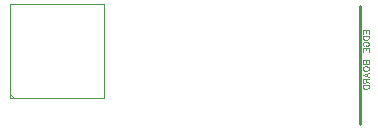
<source format=gbr>
G04 DipTrace 3.2.0.1*
G04 TopAssy.gbr*
%MOIN*%
G04 #@! TF.FileFunction,Drawing,Top*
G04 #@! TF.Part,Single*
%ADD10C,0.009843*%
%ADD48C,0.003937*%
%ADD157C,0.003088*%
%FSLAX26Y26*%
G04*
G70*
G90*
G75*
G01*
G04 TopAssy*
%LPD*%
X2362910Y452244D2*
D10*
Y845945D1*
X1196232Y539232D2*
D48*
Y854170D1*
X1511170D1*
Y539232D1*
X1196232D1*
X1211965D2*
X1196232Y554965D1*
X2373122Y753784D2*
D157*
Y766209D1*
X2393218D1*
Y753784D1*
X2382695Y766209D2*
Y758560D1*
X2373122Y747609D2*
X2393218D1*
Y740910D1*
X2392245Y738036D1*
X2390344Y736113D1*
X2388421Y735162D1*
X2385569Y734211D1*
X2380772D1*
X2377898Y735162D1*
X2375996Y736113D1*
X2374073Y738036D1*
X2373122Y740910D1*
Y747609D1*
X2377898Y713688D2*
X2375996Y714638D1*
X2374073Y716562D1*
X2373122Y718463D1*
Y722288D1*
X2374073Y724211D1*
X2375996Y726112D1*
X2377898Y727085D1*
X2380772Y728036D1*
X2385569D1*
X2388421Y727085D1*
X2390344Y726112D1*
X2392245Y724211D1*
X2393218Y722288D1*
Y718463D1*
X2392245Y716562D1*
X2390344Y714638D1*
X2388421Y713688D1*
X2385569D1*
Y718463D1*
X2373122Y695088D2*
Y707512D1*
X2393218D1*
Y695088D1*
X2382695Y707512D2*
Y699863D1*
X2373524Y665798D2*
X2393620D1*
Y657176D1*
X2392647Y654302D1*
X2391697Y653352D1*
X2389795Y652401D1*
X2386921D1*
X2384998Y653352D1*
X2384047Y654302D1*
X2383097Y657176D1*
X2382124Y654302D1*
X2381173Y653352D1*
X2379272Y652401D1*
X2377349D1*
X2375447Y653352D1*
X2374475Y654302D1*
X2373524Y657176D1*
Y665798D1*
X2383097D2*
Y657176D1*
X2373524Y640477D2*
X2374475Y642401D1*
X2376398Y644302D1*
X2378299Y645275D1*
X2381173Y646225D1*
X2385971D1*
X2388823Y645275D1*
X2390746Y644302D1*
X2392647Y642401D1*
X2393620Y640477D1*
Y636653D1*
X2392647Y634751D1*
X2390746Y632828D1*
X2388823Y631877D1*
X2385971Y630927D1*
X2381173D1*
X2378299Y631877D1*
X2376398Y632828D1*
X2374475Y634751D1*
X2373524Y636653D1*
Y640477D1*
X2393620Y609430D2*
X2373524Y617102D1*
X2393620Y624751D1*
X2386921Y621877D2*
Y612304D1*
X2383097Y603255D2*
Y594655D1*
X2382124Y591781D1*
X2381173Y590808D1*
X2379272Y589857D1*
X2377349D1*
X2375447Y590808D1*
X2374475Y591781D1*
X2373524Y594655D1*
Y603255D1*
X2393620D1*
X2383097Y596556D2*
X2393620Y589857D1*
X2373524Y583682D2*
X2393620D1*
Y576983D1*
X2392647Y574109D1*
X2390746Y572186D1*
X2388823Y571235D1*
X2385971Y570284D1*
X2381173D1*
X2378299Y571235D1*
X2376398Y572186D1*
X2374475Y574109D1*
X2373524Y576983D1*
Y583682D1*
M02*

</source>
